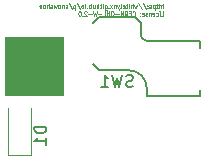
<source format=gbr>
%TF.GenerationSoftware,KiCad,Pcbnew,9.0.5*%
%TF.CreationDate,2025-10-08T11:55:14+08:00*%
%TF.ProjectId,snowshoe-choc,736e6f77-7368-46f6-952d-63686f632e6b,rev?*%
%TF.SameCoordinates,Original*%
%TF.FileFunction,Legend,Bot*%
%TF.FilePolarity,Positive*%
%FSLAX46Y46*%
G04 Gerber Fmt 4.6, Leading zero omitted, Abs format (unit mm)*
G04 Created by KiCad (PCBNEW 9.0.5) date 2025-10-08 11:55:14*
%MOMM*%
%LPD*%
G01*
G04 APERTURE LIST*
%ADD10C,0.043750*%
%ADD11C,0.150000*%
%ADD12C,0.120000*%
G04 APERTURE END LIST*
G36*
X95500000Y-58500000D02*
G01*
X100500000Y-58500000D01*
X100500000Y-63500000D01*
X95500000Y-63500000D01*
X95500000Y-58500000D01*
G37*
D10*
X108887884Y-56054794D02*
X108887884Y-55654794D01*
X108737884Y-56054794D02*
X108737884Y-55845270D01*
X108737884Y-55845270D02*
X108754551Y-55807175D01*
X108754551Y-55807175D02*
X108787884Y-55788127D01*
X108787884Y-55788127D02*
X108837884Y-55788127D01*
X108837884Y-55788127D02*
X108871218Y-55807175D01*
X108871218Y-55807175D02*
X108887884Y-55826223D01*
X108621217Y-55788127D02*
X108487884Y-55788127D01*
X108571217Y-55654794D02*
X108571217Y-55997651D01*
X108571217Y-55997651D02*
X108554551Y-56035747D01*
X108554551Y-56035747D02*
X108521217Y-56054794D01*
X108521217Y-56054794D02*
X108487884Y-56054794D01*
X108421217Y-55788127D02*
X108287884Y-55788127D01*
X108371217Y-55654794D02*
X108371217Y-55997651D01*
X108371217Y-55997651D02*
X108354551Y-56035747D01*
X108354551Y-56035747D02*
X108321217Y-56054794D01*
X108321217Y-56054794D02*
X108287884Y-56054794D01*
X108171217Y-55788127D02*
X108171217Y-56188127D01*
X108171217Y-55807175D02*
X108137884Y-55788127D01*
X108137884Y-55788127D02*
X108071217Y-55788127D01*
X108071217Y-55788127D02*
X108037884Y-55807175D01*
X108037884Y-55807175D02*
X108021217Y-55826223D01*
X108021217Y-55826223D02*
X108004551Y-55864318D01*
X108004551Y-55864318D02*
X108004551Y-55978604D01*
X108004551Y-55978604D02*
X108021217Y-56016699D01*
X108021217Y-56016699D02*
X108037884Y-56035747D01*
X108037884Y-56035747D02*
X108071217Y-56054794D01*
X108071217Y-56054794D02*
X108137884Y-56054794D01*
X108137884Y-56054794D02*
X108171217Y-56035747D01*
X107871217Y-56035747D02*
X107837884Y-56054794D01*
X107837884Y-56054794D02*
X107771217Y-56054794D01*
X107771217Y-56054794D02*
X107737884Y-56035747D01*
X107737884Y-56035747D02*
X107721217Y-55997651D01*
X107721217Y-55997651D02*
X107721217Y-55978604D01*
X107721217Y-55978604D02*
X107737884Y-55940508D01*
X107737884Y-55940508D02*
X107771217Y-55921461D01*
X107771217Y-55921461D02*
X107821217Y-55921461D01*
X107821217Y-55921461D02*
X107854550Y-55902413D01*
X107854550Y-55902413D02*
X107871217Y-55864318D01*
X107871217Y-55864318D02*
X107871217Y-55845270D01*
X107871217Y-55845270D02*
X107854550Y-55807175D01*
X107854550Y-55807175D02*
X107821217Y-55788127D01*
X107821217Y-55788127D02*
X107771217Y-55788127D01*
X107771217Y-55788127D02*
X107737884Y-55807175D01*
X107571217Y-56016699D02*
X107554551Y-56035747D01*
X107554551Y-56035747D02*
X107571217Y-56054794D01*
X107571217Y-56054794D02*
X107587884Y-56035747D01*
X107587884Y-56035747D02*
X107571217Y-56016699D01*
X107571217Y-56016699D02*
X107571217Y-56054794D01*
X107571217Y-55807175D02*
X107554551Y-55826223D01*
X107554551Y-55826223D02*
X107571217Y-55845270D01*
X107571217Y-55845270D02*
X107587884Y-55826223D01*
X107587884Y-55826223D02*
X107571217Y-55807175D01*
X107571217Y-55807175D02*
X107571217Y-55845270D01*
X107154550Y-55635747D02*
X107454550Y-56150032D01*
X106787883Y-55635747D02*
X107087883Y-56150032D01*
X106704550Y-55788127D02*
X106637883Y-56054794D01*
X106637883Y-56054794D02*
X106571216Y-55864318D01*
X106571216Y-55864318D02*
X106504550Y-56054794D01*
X106504550Y-56054794D02*
X106437883Y-55788127D01*
X106304549Y-56054794D02*
X106304549Y-55654794D01*
X106154549Y-56054794D02*
X106154549Y-55845270D01*
X106154549Y-55845270D02*
X106171216Y-55807175D01*
X106171216Y-55807175D02*
X106204549Y-55788127D01*
X106204549Y-55788127D02*
X106254549Y-55788127D01*
X106254549Y-55788127D02*
X106287883Y-55807175D01*
X106287883Y-55807175D02*
X106304549Y-55826223D01*
X105987882Y-56054794D02*
X105987882Y-55788127D01*
X105987882Y-55654794D02*
X106004549Y-55673842D01*
X106004549Y-55673842D02*
X105987882Y-55692889D01*
X105987882Y-55692889D02*
X105971216Y-55673842D01*
X105971216Y-55673842D02*
X105987882Y-55654794D01*
X105987882Y-55654794D02*
X105987882Y-55692889D01*
X105871215Y-55788127D02*
X105737882Y-55788127D01*
X105821215Y-55654794D02*
X105821215Y-55997651D01*
X105821215Y-55997651D02*
X105804549Y-56035747D01*
X105804549Y-56035747D02*
X105771215Y-56054794D01*
X105771215Y-56054794D02*
X105737882Y-56054794D01*
X105487882Y-56035747D02*
X105521215Y-56054794D01*
X105521215Y-56054794D02*
X105587882Y-56054794D01*
X105587882Y-56054794D02*
X105621215Y-56035747D01*
X105621215Y-56035747D02*
X105637882Y-55997651D01*
X105637882Y-55997651D02*
X105637882Y-55845270D01*
X105637882Y-55845270D02*
X105621215Y-55807175D01*
X105621215Y-55807175D02*
X105587882Y-55788127D01*
X105587882Y-55788127D02*
X105521215Y-55788127D01*
X105521215Y-55788127D02*
X105487882Y-55807175D01*
X105487882Y-55807175D02*
X105471215Y-55845270D01*
X105471215Y-55845270D02*
X105471215Y-55883366D01*
X105471215Y-55883366D02*
X105637882Y-55921461D01*
X105271215Y-56054794D02*
X105304549Y-56035747D01*
X105304549Y-56035747D02*
X105321215Y-55997651D01*
X105321215Y-55997651D02*
X105321215Y-55654794D01*
X105171216Y-55788127D02*
X105087882Y-56054794D01*
X105004549Y-55788127D02*
X105087882Y-56054794D01*
X105087882Y-56054794D02*
X105121216Y-56150032D01*
X105121216Y-56150032D02*
X105137882Y-56169080D01*
X105137882Y-56169080D02*
X105171216Y-56188127D01*
X104871215Y-55788127D02*
X104871215Y-56054794D01*
X104871215Y-55826223D02*
X104854549Y-55807175D01*
X104854549Y-55807175D02*
X104821215Y-55788127D01*
X104821215Y-55788127D02*
X104771215Y-55788127D01*
X104771215Y-55788127D02*
X104737882Y-55807175D01*
X104737882Y-55807175D02*
X104721215Y-55845270D01*
X104721215Y-55845270D02*
X104721215Y-56054794D01*
X104587882Y-56054794D02*
X104404548Y-55788127D01*
X104587882Y-55788127D02*
X104404548Y-56054794D01*
X104271215Y-56016699D02*
X104254549Y-56035747D01*
X104254549Y-56035747D02*
X104271215Y-56054794D01*
X104271215Y-56054794D02*
X104287882Y-56035747D01*
X104287882Y-56035747D02*
X104271215Y-56016699D01*
X104271215Y-56016699D02*
X104271215Y-56054794D01*
X103954548Y-55788127D02*
X103954548Y-56111937D01*
X103954548Y-56111937D02*
X103971215Y-56150032D01*
X103971215Y-56150032D02*
X103987882Y-56169080D01*
X103987882Y-56169080D02*
X104021215Y-56188127D01*
X104021215Y-56188127D02*
X104071215Y-56188127D01*
X104071215Y-56188127D02*
X104104548Y-56169080D01*
X103954548Y-56035747D02*
X103987882Y-56054794D01*
X103987882Y-56054794D02*
X104054548Y-56054794D01*
X104054548Y-56054794D02*
X104087882Y-56035747D01*
X104087882Y-56035747D02*
X104104548Y-56016699D01*
X104104548Y-56016699D02*
X104121215Y-55978604D01*
X104121215Y-55978604D02*
X104121215Y-55864318D01*
X104121215Y-55864318D02*
X104104548Y-55826223D01*
X104104548Y-55826223D02*
X104087882Y-55807175D01*
X104087882Y-55807175D02*
X104054548Y-55788127D01*
X104054548Y-55788127D02*
X103987882Y-55788127D01*
X103987882Y-55788127D02*
X103954548Y-55807175D01*
X103787881Y-56054794D02*
X103787881Y-55788127D01*
X103787881Y-55654794D02*
X103804548Y-55673842D01*
X103804548Y-55673842D02*
X103787881Y-55692889D01*
X103787881Y-55692889D02*
X103771215Y-55673842D01*
X103771215Y-55673842D02*
X103787881Y-55654794D01*
X103787881Y-55654794D02*
X103787881Y-55692889D01*
X103671214Y-55788127D02*
X103537881Y-55788127D01*
X103621214Y-55654794D02*
X103621214Y-55997651D01*
X103621214Y-55997651D02*
X103604548Y-56035747D01*
X103604548Y-56035747D02*
X103571214Y-56054794D01*
X103571214Y-56054794D02*
X103537881Y-56054794D01*
X103421214Y-56054794D02*
X103421214Y-55654794D01*
X103271214Y-56054794D02*
X103271214Y-55845270D01*
X103271214Y-55845270D02*
X103287881Y-55807175D01*
X103287881Y-55807175D02*
X103321214Y-55788127D01*
X103321214Y-55788127D02*
X103371214Y-55788127D01*
X103371214Y-55788127D02*
X103404548Y-55807175D01*
X103404548Y-55807175D02*
X103421214Y-55826223D01*
X102954547Y-55788127D02*
X102954547Y-56054794D01*
X103104547Y-55788127D02*
X103104547Y-55997651D01*
X103104547Y-55997651D02*
X103087881Y-56035747D01*
X103087881Y-56035747D02*
X103054547Y-56054794D01*
X103054547Y-56054794D02*
X103004547Y-56054794D01*
X103004547Y-56054794D02*
X102971214Y-56035747D01*
X102971214Y-56035747D02*
X102954547Y-56016699D01*
X102787880Y-56054794D02*
X102787880Y-55654794D01*
X102787880Y-55807175D02*
X102754547Y-55788127D01*
X102754547Y-55788127D02*
X102687880Y-55788127D01*
X102687880Y-55788127D02*
X102654547Y-55807175D01*
X102654547Y-55807175D02*
X102637880Y-55826223D01*
X102637880Y-55826223D02*
X102621214Y-55864318D01*
X102621214Y-55864318D02*
X102621214Y-55978604D01*
X102621214Y-55978604D02*
X102637880Y-56016699D01*
X102637880Y-56016699D02*
X102654547Y-56035747D01*
X102654547Y-56035747D02*
X102687880Y-56054794D01*
X102687880Y-56054794D02*
X102754547Y-56054794D01*
X102754547Y-56054794D02*
X102787880Y-56035747D01*
X102471213Y-56016699D02*
X102454547Y-56035747D01*
X102454547Y-56035747D02*
X102471213Y-56054794D01*
X102471213Y-56054794D02*
X102487880Y-56035747D01*
X102487880Y-56035747D02*
X102471213Y-56016699D01*
X102471213Y-56016699D02*
X102471213Y-56054794D01*
X102304546Y-56054794D02*
X102304546Y-55788127D01*
X102304546Y-55654794D02*
X102321213Y-55673842D01*
X102321213Y-55673842D02*
X102304546Y-55692889D01*
X102304546Y-55692889D02*
X102287880Y-55673842D01*
X102287880Y-55673842D02*
X102304546Y-55654794D01*
X102304546Y-55654794D02*
X102304546Y-55692889D01*
X102087879Y-56054794D02*
X102121213Y-56035747D01*
X102121213Y-56035747D02*
X102137879Y-56016699D01*
X102137879Y-56016699D02*
X102154546Y-55978604D01*
X102154546Y-55978604D02*
X102154546Y-55864318D01*
X102154546Y-55864318D02*
X102137879Y-55826223D01*
X102137879Y-55826223D02*
X102121213Y-55807175D01*
X102121213Y-55807175D02*
X102087879Y-55788127D01*
X102087879Y-55788127D02*
X102037879Y-55788127D01*
X102037879Y-55788127D02*
X102004546Y-55807175D01*
X102004546Y-55807175D02*
X101987879Y-55826223D01*
X101987879Y-55826223D02*
X101971213Y-55864318D01*
X101971213Y-55864318D02*
X101971213Y-55978604D01*
X101971213Y-55978604D02*
X101987879Y-56016699D01*
X101987879Y-56016699D02*
X102004546Y-56035747D01*
X102004546Y-56035747D02*
X102037879Y-56054794D01*
X102037879Y-56054794D02*
X102087879Y-56054794D01*
X101571212Y-55635747D02*
X101871212Y-56150032D01*
X101454545Y-55788127D02*
X101454545Y-56188127D01*
X101454545Y-55807175D02*
X101421212Y-55788127D01*
X101421212Y-55788127D02*
X101354545Y-55788127D01*
X101354545Y-55788127D02*
X101321212Y-55807175D01*
X101321212Y-55807175D02*
X101304545Y-55826223D01*
X101304545Y-55826223D02*
X101287879Y-55864318D01*
X101287879Y-55864318D02*
X101287879Y-55978604D01*
X101287879Y-55978604D02*
X101304545Y-56016699D01*
X101304545Y-56016699D02*
X101321212Y-56035747D01*
X101321212Y-56035747D02*
X101354545Y-56054794D01*
X101354545Y-56054794D02*
X101421212Y-56054794D01*
X101421212Y-56054794D02*
X101454545Y-56035747D01*
X100887878Y-55635747D02*
X101187878Y-56150032D01*
X100787878Y-56035747D02*
X100754545Y-56054794D01*
X100754545Y-56054794D02*
X100687878Y-56054794D01*
X100687878Y-56054794D02*
X100654545Y-56035747D01*
X100654545Y-56035747D02*
X100637878Y-55997651D01*
X100637878Y-55997651D02*
X100637878Y-55978604D01*
X100637878Y-55978604D02*
X100654545Y-55940508D01*
X100654545Y-55940508D02*
X100687878Y-55921461D01*
X100687878Y-55921461D02*
X100737878Y-55921461D01*
X100737878Y-55921461D02*
X100771211Y-55902413D01*
X100771211Y-55902413D02*
X100787878Y-55864318D01*
X100787878Y-55864318D02*
X100787878Y-55845270D01*
X100787878Y-55845270D02*
X100771211Y-55807175D01*
X100771211Y-55807175D02*
X100737878Y-55788127D01*
X100737878Y-55788127D02*
X100687878Y-55788127D01*
X100687878Y-55788127D02*
X100654545Y-55807175D01*
X100487878Y-55788127D02*
X100487878Y-56054794D01*
X100487878Y-55826223D02*
X100471212Y-55807175D01*
X100471212Y-55807175D02*
X100437878Y-55788127D01*
X100437878Y-55788127D02*
X100387878Y-55788127D01*
X100387878Y-55788127D02*
X100354545Y-55807175D01*
X100354545Y-55807175D02*
X100337878Y-55845270D01*
X100337878Y-55845270D02*
X100337878Y-56054794D01*
X100121211Y-56054794D02*
X100154545Y-56035747D01*
X100154545Y-56035747D02*
X100171211Y-56016699D01*
X100171211Y-56016699D02*
X100187878Y-55978604D01*
X100187878Y-55978604D02*
X100187878Y-55864318D01*
X100187878Y-55864318D02*
X100171211Y-55826223D01*
X100171211Y-55826223D02*
X100154545Y-55807175D01*
X100154545Y-55807175D02*
X100121211Y-55788127D01*
X100121211Y-55788127D02*
X100071211Y-55788127D01*
X100071211Y-55788127D02*
X100037878Y-55807175D01*
X100037878Y-55807175D02*
X100021211Y-55826223D01*
X100021211Y-55826223D02*
X100004545Y-55864318D01*
X100004545Y-55864318D02*
X100004545Y-55978604D01*
X100004545Y-55978604D02*
X100021211Y-56016699D01*
X100021211Y-56016699D02*
X100037878Y-56035747D01*
X100037878Y-56035747D02*
X100071211Y-56054794D01*
X100071211Y-56054794D02*
X100121211Y-56054794D01*
X99887878Y-55788127D02*
X99821211Y-56054794D01*
X99821211Y-56054794D02*
X99754544Y-55864318D01*
X99754544Y-55864318D02*
X99687878Y-56054794D01*
X99687878Y-56054794D02*
X99621211Y-55788127D01*
X99504544Y-56035747D02*
X99471211Y-56054794D01*
X99471211Y-56054794D02*
X99404544Y-56054794D01*
X99404544Y-56054794D02*
X99371211Y-56035747D01*
X99371211Y-56035747D02*
X99354544Y-55997651D01*
X99354544Y-55997651D02*
X99354544Y-55978604D01*
X99354544Y-55978604D02*
X99371211Y-55940508D01*
X99371211Y-55940508D02*
X99404544Y-55921461D01*
X99404544Y-55921461D02*
X99454544Y-55921461D01*
X99454544Y-55921461D02*
X99487877Y-55902413D01*
X99487877Y-55902413D02*
X99504544Y-55864318D01*
X99504544Y-55864318D02*
X99504544Y-55845270D01*
X99504544Y-55845270D02*
X99487877Y-55807175D01*
X99487877Y-55807175D02*
X99454544Y-55788127D01*
X99454544Y-55788127D02*
X99404544Y-55788127D01*
X99404544Y-55788127D02*
X99371211Y-55807175D01*
X99204544Y-56054794D02*
X99204544Y-55654794D01*
X99054544Y-56054794D02*
X99054544Y-55845270D01*
X99054544Y-55845270D02*
X99071211Y-55807175D01*
X99071211Y-55807175D02*
X99104544Y-55788127D01*
X99104544Y-55788127D02*
X99154544Y-55788127D01*
X99154544Y-55788127D02*
X99187878Y-55807175D01*
X99187878Y-55807175D02*
X99204544Y-55826223D01*
X98837877Y-56054794D02*
X98871211Y-56035747D01*
X98871211Y-56035747D02*
X98887877Y-56016699D01*
X98887877Y-56016699D02*
X98904544Y-55978604D01*
X98904544Y-55978604D02*
X98904544Y-55864318D01*
X98904544Y-55864318D02*
X98887877Y-55826223D01*
X98887877Y-55826223D02*
X98871211Y-55807175D01*
X98871211Y-55807175D02*
X98837877Y-55788127D01*
X98837877Y-55788127D02*
X98787877Y-55788127D01*
X98787877Y-55788127D02*
X98754544Y-55807175D01*
X98754544Y-55807175D02*
X98737877Y-55826223D01*
X98737877Y-55826223D02*
X98721211Y-55864318D01*
X98721211Y-55864318D02*
X98721211Y-55978604D01*
X98721211Y-55978604D02*
X98737877Y-56016699D01*
X98737877Y-56016699D02*
X98754544Y-56035747D01*
X98754544Y-56035747D02*
X98787877Y-56054794D01*
X98787877Y-56054794D02*
X98837877Y-56054794D01*
X98437877Y-56035747D02*
X98471210Y-56054794D01*
X98471210Y-56054794D02*
X98537877Y-56054794D01*
X98537877Y-56054794D02*
X98571210Y-56035747D01*
X98571210Y-56035747D02*
X98587877Y-55997651D01*
X98587877Y-55997651D02*
X98587877Y-55845270D01*
X98587877Y-55845270D02*
X98571210Y-55807175D01*
X98571210Y-55807175D02*
X98537877Y-55788127D01*
X98537877Y-55788127D02*
X98471210Y-55788127D01*
X98471210Y-55788127D02*
X98437877Y-55807175D01*
X98437877Y-55807175D02*
X98421210Y-55845270D01*
X98421210Y-55845270D02*
X98421210Y-55883366D01*
X98421210Y-55883366D02*
X98587877Y-55921461D01*
X108721218Y-56698772D02*
X108887884Y-56698772D01*
X108887884Y-56698772D02*
X108887884Y-56298772D01*
X108604551Y-56698772D02*
X108604551Y-56432105D01*
X108604551Y-56298772D02*
X108621218Y-56317820D01*
X108621218Y-56317820D02*
X108604551Y-56336867D01*
X108604551Y-56336867D02*
X108587885Y-56317820D01*
X108587885Y-56317820D02*
X108604551Y-56298772D01*
X108604551Y-56298772D02*
X108604551Y-56336867D01*
X108287884Y-56679725D02*
X108321218Y-56698772D01*
X108321218Y-56698772D02*
X108387884Y-56698772D01*
X108387884Y-56698772D02*
X108421218Y-56679725D01*
X108421218Y-56679725D02*
X108437884Y-56660677D01*
X108437884Y-56660677D02*
X108454551Y-56622582D01*
X108454551Y-56622582D02*
X108454551Y-56508296D01*
X108454551Y-56508296D02*
X108437884Y-56470201D01*
X108437884Y-56470201D02*
X108421218Y-56451153D01*
X108421218Y-56451153D02*
X108387884Y-56432105D01*
X108387884Y-56432105D02*
X108321218Y-56432105D01*
X108321218Y-56432105D02*
X108287884Y-56451153D01*
X108004551Y-56679725D02*
X108037884Y-56698772D01*
X108037884Y-56698772D02*
X108104551Y-56698772D01*
X108104551Y-56698772D02*
X108137884Y-56679725D01*
X108137884Y-56679725D02*
X108154551Y-56641629D01*
X108154551Y-56641629D02*
X108154551Y-56489248D01*
X108154551Y-56489248D02*
X108137884Y-56451153D01*
X108137884Y-56451153D02*
X108104551Y-56432105D01*
X108104551Y-56432105D02*
X108037884Y-56432105D01*
X108037884Y-56432105D02*
X108004551Y-56451153D01*
X108004551Y-56451153D02*
X107987884Y-56489248D01*
X107987884Y-56489248D02*
X107987884Y-56527344D01*
X107987884Y-56527344D02*
X108154551Y-56565439D01*
X107837884Y-56432105D02*
X107837884Y-56698772D01*
X107837884Y-56470201D02*
X107821218Y-56451153D01*
X107821218Y-56451153D02*
X107787884Y-56432105D01*
X107787884Y-56432105D02*
X107737884Y-56432105D01*
X107737884Y-56432105D02*
X107704551Y-56451153D01*
X107704551Y-56451153D02*
X107687884Y-56489248D01*
X107687884Y-56489248D02*
X107687884Y-56698772D01*
X107537884Y-56679725D02*
X107504551Y-56698772D01*
X107504551Y-56698772D02*
X107437884Y-56698772D01*
X107437884Y-56698772D02*
X107404551Y-56679725D01*
X107404551Y-56679725D02*
X107387884Y-56641629D01*
X107387884Y-56641629D02*
X107387884Y-56622582D01*
X107387884Y-56622582D02*
X107404551Y-56584486D01*
X107404551Y-56584486D02*
X107437884Y-56565439D01*
X107437884Y-56565439D02*
X107487884Y-56565439D01*
X107487884Y-56565439D02*
X107521217Y-56546391D01*
X107521217Y-56546391D02*
X107537884Y-56508296D01*
X107537884Y-56508296D02*
X107537884Y-56489248D01*
X107537884Y-56489248D02*
X107521217Y-56451153D01*
X107521217Y-56451153D02*
X107487884Y-56432105D01*
X107487884Y-56432105D02*
X107437884Y-56432105D01*
X107437884Y-56432105D02*
X107404551Y-56451153D01*
X107104551Y-56679725D02*
X107137884Y-56698772D01*
X107137884Y-56698772D02*
X107204551Y-56698772D01*
X107204551Y-56698772D02*
X107237884Y-56679725D01*
X107237884Y-56679725D02*
X107254551Y-56641629D01*
X107254551Y-56641629D02*
X107254551Y-56489248D01*
X107254551Y-56489248D02*
X107237884Y-56451153D01*
X107237884Y-56451153D02*
X107204551Y-56432105D01*
X107204551Y-56432105D02*
X107137884Y-56432105D01*
X107137884Y-56432105D02*
X107104551Y-56451153D01*
X107104551Y-56451153D02*
X107087884Y-56489248D01*
X107087884Y-56489248D02*
X107087884Y-56527344D01*
X107087884Y-56527344D02*
X107254551Y-56565439D01*
X106937884Y-56660677D02*
X106921218Y-56679725D01*
X106921218Y-56679725D02*
X106937884Y-56698772D01*
X106937884Y-56698772D02*
X106954551Y-56679725D01*
X106954551Y-56679725D02*
X106937884Y-56660677D01*
X106937884Y-56660677D02*
X106937884Y-56698772D01*
X106937884Y-56451153D02*
X106921218Y-56470201D01*
X106921218Y-56470201D02*
X106937884Y-56489248D01*
X106937884Y-56489248D02*
X106954551Y-56470201D01*
X106954551Y-56470201D02*
X106937884Y-56451153D01*
X106937884Y-56451153D02*
X106937884Y-56489248D01*
X106304550Y-56660677D02*
X106321217Y-56679725D01*
X106321217Y-56679725D02*
X106371217Y-56698772D01*
X106371217Y-56698772D02*
X106404550Y-56698772D01*
X106404550Y-56698772D02*
X106454550Y-56679725D01*
X106454550Y-56679725D02*
X106487884Y-56641629D01*
X106487884Y-56641629D02*
X106504550Y-56603534D01*
X106504550Y-56603534D02*
X106521217Y-56527344D01*
X106521217Y-56527344D02*
X106521217Y-56470201D01*
X106521217Y-56470201D02*
X106504550Y-56394010D01*
X106504550Y-56394010D02*
X106487884Y-56355915D01*
X106487884Y-56355915D02*
X106454550Y-56317820D01*
X106454550Y-56317820D02*
X106404550Y-56298772D01*
X106404550Y-56298772D02*
X106371217Y-56298772D01*
X106371217Y-56298772D02*
X106321217Y-56317820D01*
X106321217Y-56317820D02*
X106304550Y-56336867D01*
X106154550Y-56489248D02*
X106037884Y-56489248D01*
X105987884Y-56698772D02*
X106154550Y-56698772D01*
X106154550Y-56698772D02*
X106154550Y-56298772D01*
X106154550Y-56298772D02*
X105987884Y-56298772D01*
X105637883Y-56698772D02*
X105754550Y-56508296D01*
X105837883Y-56698772D02*
X105837883Y-56298772D01*
X105837883Y-56298772D02*
X105704550Y-56298772D01*
X105704550Y-56298772D02*
X105671217Y-56317820D01*
X105671217Y-56317820D02*
X105654550Y-56336867D01*
X105654550Y-56336867D02*
X105637883Y-56374963D01*
X105637883Y-56374963D02*
X105637883Y-56432105D01*
X105637883Y-56432105D02*
X105654550Y-56470201D01*
X105654550Y-56470201D02*
X105671217Y-56489248D01*
X105671217Y-56489248D02*
X105704550Y-56508296D01*
X105704550Y-56508296D02*
X105837883Y-56508296D01*
X105487883Y-56698772D02*
X105487883Y-56298772D01*
X105487883Y-56298772D02*
X105287883Y-56698772D01*
X105287883Y-56698772D02*
X105287883Y-56298772D01*
X105121216Y-56546391D02*
X104854550Y-56546391D01*
X104621217Y-56298772D02*
X104554550Y-56298772D01*
X104554550Y-56298772D02*
X104521217Y-56317820D01*
X104521217Y-56317820D02*
X104487883Y-56355915D01*
X104487883Y-56355915D02*
X104471217Y-56432105D01*
X104471217Y-56432105D02*
X104471217Y-56565439D01*
X104471217Y-56565439D02*
X104487883Y-56641629D01*
X104487883Y-56641629D02*
X104521217Y-56679725D01*
X104521217Y-56679725D02*
X104554550Y-56698772D01*
X104554550Y-56698772D02*
X104621217Y-56698772D01*
X104621217Y-56698772D02*
X104654550Y-56679725D01*
X104654550Y-56679725D02*
X104687883Y-56641629D01*
X104687883Y-56641629D02*
X104704550Y-56565439D01*
X104704550Y-56565439D02*
X104704550Y-56432105D01*
X104704550Y-56432105D02*
X104687883Y-56355915D01*
X104687883Y-56355915D02*
X104654550Y-56317820D01*
X104654550Y-56317820D02*
X104621217Y-56298772D01*
X104321216Y-56698772D02*
X104321216Y-56298772D01*
X104321216Y-56489248D02*
X104121216Y-56489248D01*
X104121216Y-56698772D02*
X104121216Y-56298772D01*
X103787883Y-56698772D02*
X103954549Y-56698772D01*
X103954549Y-56698772D02*
X103954549Y-56298772D01*
X103671216Y-56546391D02*
X103404550Y-56546391D01*
X103271217Y-56298772D02*
X103187883Y-56698772D01*
X103187883Y-56698772D02*
X103121217Y-56413058D01*
X103121217Y-56413058D02*
X103054550Y-56698772D01*
X103054550Y-56698772D02*
X102971217Y-56298772D01*
X102837883Y-56546391D02*
X102571217Y-56546391D01*
X102421217Y-56336867D02*
X102404550Y-56317820D01*
X102404550Y-56317820D02*
X102371217Y-56298772D01*
X102371217Y-56298772D02*
X102287884Y-56298772D01*
X102287884Y-56298772D02*
X102254550Y-56317820D01*
X102254550Y-56317820D02*
X102237884Y-56336867D01*
X102237884Y-56336867D02*
X102221217Y-56374963D01*
X102221217Y-56374963D02*
X102221217Y-56413058D01*
X102221217Y-56413058D02*
X102237884Y-56470201D01*
X102237884Y-56470201D02*
X102437884Y-56698772D01*
X102437884Y-56698772D02*
X102221217Y-56698772D01*
X102071217Y-56660677D02*
X102054551Y-56679725D01*
X102054551Y-56679725D02*
X102071217Y-56698772D01*
X102071217Y-56698772D02*
X102087884Y-56679725D01*
X102087884Y-56679725D02*
X102071217Y-56660677D01*
X102071217Y-56660677D02*
X102071217Y-56698772D01*
X101837884Y-56298772D02*
X101804550Y-56298772D01*
X101804550Y-56298772D02*
X101771217Y-56317820D01*
X101771217Y-56317820D02*
X101754550Y-56336867D01*
X101754550Y-56336867D02*
X101737884Y-56374963D01*
X101737884Y-56374963D02*
X101721217Y-56451153D01*
X101721217Y-56451153D02*
X101721217Y-56546391D01*
X101721217Y-56546391D02*
X101737884Y-56622582D01*
X101737884Y-56622582D02*
X101754550Y-56660677D01*
X101754550Y-56660677D02*
X101771217Y-56679725D01*
X101771217Y-56679725D02*
X101804550Y-56698772D01*
X101804550Y-56698772D02*
X101837884Y-56698772D01*
X101837884Y-56698772D02*
X101871217Y-56679725D01*
X101871217Y-56679725D02*
X101887884Y-56660677D01*
X101887884Y-56660677D02*
X101904550Y-56622582D01*
X101904550Y-56622582D02*
X101921217Y-56546391D01*
X101921217Y-56546391D02*
X101921217Y-56451153D01*
X101921217Y-56451153D02*
X101904550Y-56374963D01*
X101904550Y-56374963D02*
X101887884Y-56336867D01*
X101887884Y-56336867D02*
X101871217Y-56317820D01*
X101871217Y-56317820D02*
X101837884Y-56298772D01*
D11*
X106333332Y-62657200D02*
X106190475Y-62704819D01*
X106190475Y-62704819D02*
X105952380Y-62704819D01*
X105952380Y-62704819D02*
X105857142Y-62657200D01*
X105857142Y-62657200D02*
X105809523Y-62609580D01*
X105809523Y-62609580D02*
X105761904Y-62514342D01*
X105761904Y-62514342D02*
X105761904Y-62419104D01*
X105761904Y-62419104D02*
X105809523Y-62323866D01*
X105809523Y-62323866D02*
X105857142Y-62276247D01*
X105857142Y-62276247D02*
X105952380Y-62228628D01*
X105952380Y-62228628D02*
X106142856Y-62181009D01*
X106142856Y-62181009D02*
X106238094Y-62133390D01*
X106238094Y-62133390D02*
X106285713Y-62085771D01*
X106285713Y-62085771D02*
X106333332Y-61990533D01*
X106333332Y-61990533D02*
X106333332Y-61895295D01*
X106333332Y-61895295D02*
X106285713Y-61800057D01*
X106285713Y-61800057D02*
X106238094Y-61752438D01*
X106238094Y-61752438D02*
X106142856Y-61704819D01*
X106142856Y-61704819D02*
X105904761Y-61704819D01*
X105904761Y-61704819D02*
X105761904Y-61752438D01*
X105428570Y-61704819D02*
X105190475Y-62704819D01*
X105190475Y-62704819D02*
X104999999Y-61990533D01*
X104999999Y-61990533D02*
X104809523Y-62704819D01*
X104809523Y-62704819D02*
X104571428Y-61704819D01*
X103666666Y-62704819D02*
X104238094Y-62704819D01*
X103952380Y-62704819D02*
X103952380Y-61704819D01*
X103952380Y-61704819D02*
X104047618Y-61847676D01*
X104047618Y-61847676D02*
X104142856Y-61942914D01*
X104142856Y-61942914D02*
X104238094Y-61990533D01*
X99004819Y-66061905D02*
X98004819Y-66061905D01*
X98004819Y-66061905D02*
X98004819Y-66300000D01*
X98004819Y-66300000D02*
X98052438Y-66442857D01*
X98052438Y-66442857D02*
X98147676Y-66538095D01*
X98147676Y-66538095D02*
X98242914Y-66585714D01*
X98242914Y-66585714D02*
X98433390Y-66633333D01*
X98433390Y-66633333D02*
X98576247Y-66633333D01*
X98576247Y-66633333D02*
X98766723Y-66585714D01*
X98766723Y-66585714D02*
X98861961Y-66538095D01*
X98861961Y-66538095D02*
X98957200Y-66442857D01*
X98957200Y-66442857D02*
X99004819Y-66300000D01*
X99004819Y-66300000D02*
X99004819Y-66061905D01*
X99004819Y-67585714D02*
X99004819Y-67014286D01*
X99004819Y-67300000D02*
X98004819Y-67300000D01*
X98004819Y-67300000D02*
X98147676Y-67204762D01*
X98147676Y-67204762D02*
X98242914Y-67109524D01*
X98242914Y-67109524D02*
X98290533Y-67014286D01*
%TO.C,SW1*%
X103000000Y-57300000D02*
X103500000Y-56800000D01*
X103000000Y-60800000D02*
X103500000Y-61300000D01*
X103500000Y-56800000D02*
X106500000Y-56800000D01*
X103500000Y-61300000D02*
X106000000Y-61300000D01*
X106500000Y-56800000D02*
X107000000Y-57300000D01*
X107000000Y-58300000D02*
X107000000Y-57300000D01*
X107500000Y-62800000D02*
X107500000Y-63500000D01*
X107500000Y-63500000D02*
X112000000Y-63500000D01*
X112000000Y-58800000D02*
X107500000Y-58800000D01*
X112000000Y-59400000D02*
X112000000Y-58800000D01*
X112000000Y-63500000D02*
X112000000Y-63000000D01*
X106000000Y-61300000D02*
G75*
G02*
X107500000Y-62800000I-1J-1500001D01*
G01*
X107500000Y-58800000D02*
G75*
G02*
X107000000Y-58300000I1J500001D01*
G01*
D12*
%TO.C,D1*%
X95750000Y-68510000D02*
X95750000Y-64500000D01*
X97750000Y-68510000D02*
X95750000Y-68510000D01*
X97750000Y-68510000D02*
X97750000Y-64500000D01*
%TD*%
M02*

</source>
